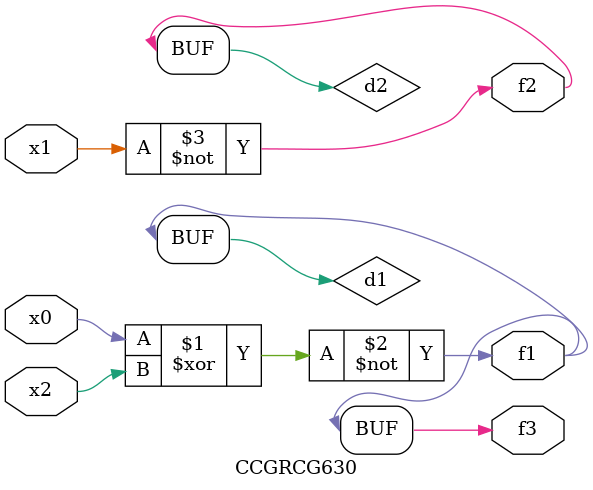
<source format=v>
module CCGRCG630(
	input x0, x1, x2,
	output f1, f2, f3
);

	wire d1, d2, d3;

	xnor (d1, x0, x2);
	nand (d2, x1);
	nor (d3, x1, x2);
	assign f1 = d1;
	assign f2 = d2;
	assign f3 = d1;
endmodule

</source>
